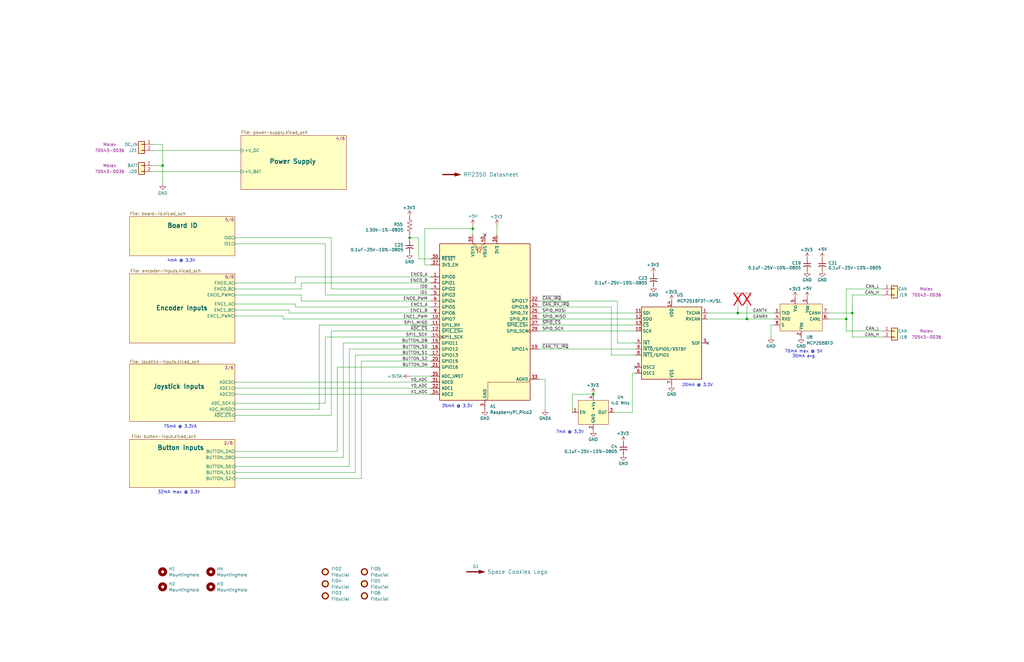
<source format=kicad_sch>
(kicad_sch (version 20250114) (generator "eeschema") (generator_version "9.0")
  (paper "B")
  (title_block (title "Pico Button Board") (date "2025-12-29") (rev "1"))
  (lib_symbols
    (symbol "Connector:TestPoint" (pin_numbers (hide yes)) (pin_names (offset 0.762) (hide yes))
      (property "Reference" "TP" (at 0 6.858 0))
      (property "Value" "TestPoint" (at 0 5.08 0))
      (symbol "TestPoint_0_1"
        (circle (center 0 3.302) (radius 0.762))
      )
      (symbol "TestPoint_1_1"
        (pin passive line (at 0 0 90) (length 2.54) (name "1") (number "1"))
      )
    )
    (symbol "Connector_Generic:Conn_01x02" (pin_names (offset 1.016) (hide yes))
      (property "Reference" "J" (at 0 2.54 0))
      (property "Value" "Conn_01x02" (at 0 -5.08 0))
      (symbol "Conn_01x02_1_1"
        (rectangle (start -1.27 1.27) (end 1.27 -3.81) (stroke (width 0.254)) (fill (type background)))
        (rectangle (start -1.27 0.127) (end 0 -0.127) (stroke (width 0.1524)))
        (rectangle (start -1.27 -2.413) (end 0 -2.667) (stroke (width 0.1524)))
        (pin passive line (at -5.08 0 0) (length 3.81) (name "Pin_1") (number "1"))
        (pin passive line (at -5.08 -2.54 0) (length 3.81) (name "Pin_2") (number "2"))
      )
    )
    (symbol "Device:C_Small_US" (pin_numbers (hide yes)) (pin_names (offset 0.254) (hide yes))
      (property "Reference" "C" (at 0.254 1.778 0))
      (property "Value" "C_Small_US" (at 0.254 -2.032 0))
      (symbol "C_Small_US_0_1"
        (polyline (pts (xy -1.524 0.508) (xy 1.524 0.508)) (stroke (width 0.3048)))
        (arc (start -1.524 -0.762) (mid 0 -0.3734) (end 1.524 -0.762) (stroke (width 0.3048)))
      )
      (symbol "C_Small_US_1_1"
        (pin passive line (at 0 2.54 270) (length 2.032) (name "~") (number "1"))
        (pin passive line (at 0 -2.54 90) (length 2.032) (name "~") (number "2"))
      )
    )
    (symbol "Device:R_US" (pin_numbers (hide yes)) (pin_names (offset 0))
      (property "Reference" "R" (at 2.54 0 90))
      (property "Value" "R_US" (at -2.54 0 90))
      (symbol "R_US_0_1"
        (polyline (pts (xy 0 2.286) (xy 0 2.54)))
        (polyline (pts (xy 0 2.286) (xy 1.016 1.905) (xy 0 1.524) (xy -1.016 1.143) (xy 0 0.762)))
        (polyline (pts (xy 0 0.762) (xy 1.016 0.381) (xy 0 0) (xy -1.016 -0.381) (xy 0 -0.762)))
        (polyline (pts (xy 0 -0.762) (xy 1.016 -1.143) (xy 0 -1.524) (xy -1.016 -1.905) (xy 0 -2.286)))
        (polyline (pts (xy 0 -2.286) (xy 0 -2.54)))
      )
      (symbol "R_US_1_1"
        (pin passive line (at 0 3.81 270) (length 1.27) (name "~") (number "1"))
        (pin passive line (at 0 -3.81 90) (length 1.27) (name "~") (number "2"))
      )
    )
    (symbol "Graphic:SYM_Arrow_Large" (in_bom no) (on_board no)
      (symbol "SYM_Arrow_Large_0_1"
        (polyline (pts (xy 2.54 0) (xy -3.81 0)) (stroke (width 0.508)))
        (polyline (pts (xy 3.81 0) (xy 1.27 -0.762) (xy 1.27 0.762) (xy 3.81 0)) (fill (type outline)))
      )
    )
    (symbol "Mechanical:Fiducial" (in_bom no)
      (property "Reference" "FID" (at 0 5.08 0))
      (property "Value" "Fiducial" (at 0 3.175 0))
      (symbol "Fiducial_0_1"
        (circle (center 0 0) (radius 1.27) (stroke (width 0.508)) (fill (type background)))
      )
    )
    (symbol "Mechanical:MountingHole" (pin_names (offset 1.016)) (in_bom no)
      (property "Reference" "H" (at 0 5.08 0))
      (property "Value" "MountingHole" (at 0 3.175 0))
      (symbol "MountingHole_0_1"
        (circle (center 0 0) (radius 1.27) (stroke (width 1.27)))
      )
    )
    (symbol "Pico-ButtonBoard:MCP2518FDT-H/SL"
      (property "Reference" "U4" (at 1.905 13.97 0))
      (property "Value" "MCP2518FDT-H/SL" (at 1.905 11.43 0))
      (symbol "MCP2518FDT-H/SL_0_1"
        (rectangle (start -12.7 10.16) (end 12.7 -20.32) (stroke (width 0.254)) (fill (type background)))
      )
      (symbol "MCP2518FDT-H/SL_1_1"
        (pin input line (at -15.24 7.62 0) (length 2.54) (name "SDI") (number "11"))
        (pin output line (at -15.24 5.08 0) (length 2.54) (name "SDO") (number "12"))
        (pin input line (at -15.24 2.54 0) (length 2.54) (name "~{CS}") (number "13"))
        (pin input line (at -15.24 0 0) (length 2.54) (name "SCK") (number "10"))
        (pin output line (at -15.24 -5.08 0) (length 2.54) (name "~{INT}") (number "4"))
        (pin bidirectional line (at -15.24 -7.62 0) (length 2.54) (name "~{INT0}/GPIO0/XSTBY") (number "9"))
        (pin bidirectional line (at -15.24 -10.16 0) (length 2.54) (name "~{INT1}/GPIO1") (number "8"))
        (pin output line (at -15.24 -15.24 0) (length 2.54) (name "OSC2") (number "5"))
        (pin input line (at -15.24 -17.78 0) (length 2.54) (name "OSC1") (number "6"))
        (pin power_in line (at 0 12.7 270) (length 2.54) (name "VDD") (number "14"))
        (pin power_in line (at 0 -22.86 90) (length 2.54) (name "VSS") (number "7"))
        (pin output line (at 15.24 7.62 180) (length 2.54) (name "TXCAN") (number "1"))
        (pin input line (at 15.24 5.08 180) (length 2.54) (name "RXCAN") (number "2"))
        (pin output line (at 15.24 -5.08 180) (length 2.54) (name "CLKO/SOF") (number "3") (alternate "SOF" output line))
      )
    )
    (symbol "Pico-ButtonBoard:Microchip-MCP2558FDT-H/MF"
      (property "Reference" "U?" (at 15.24 2.5086 0))
      (property "Value" "MCP2558FD" (at 15.24 -0.0314 0))
      (symbol "Microchip-MCP2558FDT-H/MF_1_1"
        (rectangle (start -8.89 0) (end 8.89 -11.43) (fill (type background)))
        (pin input line (at -11.43 -3.81 0) (length 2.54) (name "TXD") (number "1"))
        (pin output line (at -11.43 -6.35 0) (length 2.54) (name "RXD") (number "4"))
        (pin input line (at -11.43 -8.89 0) (length 2.54) (name "S") (number "8"))
        (pin output line (at -2.54 2.54 270) (length 2.54) (name "V_{IO}") (number "5"))
        (pin passive line (at 0 -13.97 90) (length 2.54) (name "V_{SS}") (number "2"))
        (pin passive line (at 2.54 2.54 270) (length 2.54) (name "V_{DD}") (number "3"))
        (pin open_emitter line (at 11.43 -3.81 180) (length 2.54) (name "CANH") (number "7"))
        (pin open_collector line (at 11.43 -6.35 180) (length 2.54) (name "CANL") (number "6"))
      )
    )
    (symbol "Pico-ButtonBoard:Oscillator-Wurth-831018041"
      (property "Reference" "U" (at 0 0 0))
      (property "Value" "4.0 MHz" (at 0 0 0))
      (symbol "Oscillator-Wurth-831018041_1_1"
        (rectangle (start -6.35 0) (end 6.35 -10.16) (fill (type background)))
        (pin input line (at -8.89 -5.08 0) (length 2.54) (name "EN") (number "1"))
        (pin power_in line (at 0 2.54 270) (length 2.54) (name "+Vs") (number "4"))
        (pin passive line (at 0 -12.7 90) (length 2.54) (name "GND") (number "2"))
        (pin output line (at 8.89 -5.08 180) (length 2.54) (name "OUT") (number "3"))
      )
    )
    (symbol "Pico-ButtonBoard:RaspberryPi_Pico2" (pin_names (offset 0.762))
      (property "Reference" "A1" (at 2.1433 -34.29 0))
      (property "Value" "RaspberryPi_Pico2" (at 2.1433 -36.83 0))
      (symbol "RaspberryPi_Pico2_0_1"
        (rectangle (start -19.05 34.29) (end 19.05 -31.75) (stroke (width 0.254)) (fill (type background)))
        (polyline (pts (xy -5.08 34.29) (xy -3.81 33.655) (xy -3.81 31.75) (xy -3.175 31.75)))
        (polyline (pts (xy -3.429 32.766) (xy -3.429 33.02) (xy -3.175 33.02) (xy -3.175 30.48) (xy -2.921 30.48) (xy -2.921 30.734)))
        (polyline (pts (xy -3.175 31.75) (xy -1.905 33.02) (xy -1.905 30.48) (xy -3.175 31.75)))
        (polyline (pts (xy 0 34.29) (xy -1.27 33.655) (xy -1.27 31.75) (xy -1.905 31.75)))
        (polyline (pts (xy 0 -31.75) (xy 1.27 -31.115) (xy 1.27 -24.13) (xy 18.415 -24.13) (xy 19.05 -22.86)))
      )
      (symbol "RaspberryPi_Pico2_1_1"
        (pin passive line (at -22.86 27.94 0) (length 3.81) (name "RUN") (number "30") (alternate "~{RESET}" passive line))
        (pin passive line (at -22.86 25.4 0) (length 3.81) (name "3V3_EN") (number "37"))
        (pin bidirectional line (at -22.86 20.32 0) (length 3.81) (name "GPIO0") (number "1") (alternate "SPI0_RX" input line))
        (pin bidirectional line (at -22.86 17.78 0) (length 3.81) (name "GPIO1") (number "2") (alternate "~{SPI0_CSn}" bidirectional line))
        (pin bidirectional line (at -22.86 15.24 0) (length 3.81) (name "GPIO2") (number "4") (alternate "SPI0_SCK" bidirectional clock))
        (pin bidirectional line (at -22.86 12.7 0) (length 3.81) (name "GPIO3") (number "5") (alternate "SPI0_TX" output line))
        (pin bidirectional line (at -22.86 10.16 0) (length 3.81) (name "GPIO4") (number "6") (alternate "SPI0_RX" input line))
        (pin bidirectional line (at -22.86 7.62 0) (length 3.81) (name "GPIO5") (number "7") (alternate "~{SPI0_CSn}" bidirectional line))
        (pin bidirectional line (at -22.86 5.08 0) (length 3.81) (name "GPIO6") (number "9") (alternate "SPI0_SCK" bidirectional clock))
        (pin bidirectional line (at -22.86 2.54 0) (length 3.81) (name "GPIO7") (number "10") (alternate "SPI0_TX" output line))
        (pin bidirectional line (at -22.86 0 0) (length 3.81) (name "GPIO8") (number "11") (alternate "SPI1_RX" input line))
        (pin bidirectional line (at -22.86 -2.54 0) (length 3.81) (name "GPIO9") (number "12") (alternate "~{SPI1_CSn}" bidirectional line))
        (pin bidirectional line (at -22.86 -5.08 0) (length 3.81) (name "GPIO10") (number "14") (alternate "SPI1_SCK" bidirectional clock))
        (pin bidirectional line (at -22.86 -7.62 0) (length 3.81) (name "GPIO11") (number "15"))
        (pin bidirectional line (at -22.86 -10.16 0) (length 3.81) (name "GPIO12") (number "16") (alternate "SPI1_RX" input line))
        (pin bidirectional line (at -22.86 -12.7 0) (length 3.81) (name "GPIO13") (number "17") (alternate "~{SPI1_CSn}" bidirectional line))
        (pin bidirectional line (at -22.86 -15.24 0) (length 3.81) (name "GPIO15") (number "20"))
        (pin bidirectional line (at -22.86 -17.78 0) (length 3.81) (name "GPIO16") (number "21") (alternate "SPI0_RX" input line))
        (pin power_in line (at -22.86 -21.59 0) (length 3.81) (name "ADC_VREF") (number "35"))
        (pin bidirectional line (at -22.86 -24.13 0) (length 3.81) (name "GPIO26_ADC0") (number "31") (alternate "ADC0" input line) (alternate "SPI1_SCK" bidirectional clock))
        (pin bidirectional line (at -22.86 -26.67 0) (length 3.81) (name "GPIO27_ADC1") (number "32") (alternate "ADC1" input line))
        (pin bidirectional line (at -22.86 -29.21 0) (length 3.81) (name "GPIO28_ADC2") (number "34") (alternate "ADC2" input line) (alternate "SPI1_RX" input line))
        (pin power_in line (at -5.08 38.1 270) (length 3.81) (name "VSYS") (number "39"))
        (pin power_out line (at 0 38.1 270) (length 3.81) (name "VBUS") (number "40"))
        (pin passive line (at 0 -35.56 90) (length 3.81) (hide yes) (name "GND") (number "13"))
        (pin passive line (at 0 -35.56 90) (length 3.81) (hide yes) (name "GND") (number "18"))
        (pin passive line (at 0 -35.56 90) (length 3.81) (hide yes) (name "GND") (number "23"))
        (pin passive line (at 0 -35.56 90) (length 3.81) (hide yes) (name "GND") (number "28"))
        (pin power_out line (at 0 -35.56 90) (length 3.81) (name "GND") (number "3"))
        (pin passive line (at 0 -35.56 90) (length 3.81) (hide yes) (name "GND") (number "38"))
        (pin passive line (at 0 -35.56 90) (length 3.81) (hide yes) (name "GND") (number "8"))
        (pin power_out line (at 5.08 38.1 270) (length 3.81) (name "3V3") (number "36"))
        (pin bidirectional line (at 22.86 10.16 180) (length 3.81) (name "GPIO17") (number "22") (alternate "~{SPI0_CSn}" bidirectional line))
        (pin bidirectional line (at 22.86 7.62 180) (length 3.81) (name "GPIO18") (number "24") (alternate "SPI0_SCK" bidirectional clock))
        (pin bidirectional line (at 22.86 5.08 180) (length 3.81) (name "GPIO19") (number "25") (alternate "SPI0_TX" output line))
        (pin bidirectional line (at 22.86 2.54 180) (length 3.81) (name "GPIO20") (number "26") (alternate "SPI0_RX" input line))
        (pin bidirectional line (at 22.86 0 180) (length 3.81) (name "GPIO21") (number "27") (alternate "~{SPI0_CSn}" bidirectional line))
        (pin bidirectional line (at 22.86 -2.54 180) (length 3.81) (name "GPIO22") (number "29") (alternate "SPI0_SCK" bidirectional clock))
        (pin bidirectional line (at 22.86 -10.16 180) (length 3.81) (name "GPIO14") (number "19") (alternate "SPI1_SCK" bidirectional clock))
        (pin power_out line (at 22.86 -22.86 180) (length 3.81) (name "AGND") (number "33"))
      )
    )
    (symbol "power:+3V3" (power) (pin_numbers (hide yes)) (pin_names (offset 0) (hide yes))
      (property "Value" "+3V3" (at 0 3.556 0))
      (symbol "+3V3_0_1"
        (polyline (pts (xy -0.762 1.27) (xy 0 2.54)))
        (polyline (pts (xy 0 2.54) (xy 0.762 1.27)))
        (polyline (pts (xy 0 0) (xy 0 2.54)))
      )
      (symbol "+3V3_1_1"
        (pin power_in line (at 0 0 90) (length 0) (name "~") (number "1"))
      )
    )
    (symbol "power:+5V" (power) (pin_numbers (hide yes)) (pin_names (offset 0) (hide yes))
      (property "Value" "+5V" (at 0 3.556 0))
      (symbol "+5V_0_1"
        (polyline (pts (xy -0.762 1.27) (xy 0 2.54)))
        (polyline (pts (xy 0 2.54) (xy 0.762 1.27)))
        (polyline (pts (xy 0 0) (xy 0 2.54)))
      )
      (symbol "+5V_1_1"
        (pin power_in line (at 0 0 90) (length 0) (name "~") (number "1"))
      )
    )
    (symbol "power:GND" (power) (pin_numbers (hide yes)) (pin_names (offset 0) (hide yes))
      (property "Value" "GND" (at 0 -3.81 0))
      (symbol "GND_0_1"
        (polyline (pts (xy 0 0) (xy 0 -1.27) (xy 1.27 -1.27) (xy 0 -2.54) (xy -1.27 -1.27) (xy 0 -1.27)))
      )
      (symbol "GND_1_1"
        (pin power_in line (at 0 0 270) (length 0) (name "~") (number "1"))
      )
    )
  )
  (text "32mA max @ 3.3V" (at 75.438 207.772 0) (effects (font (size 1.27 1.27))))
  (text "20mA @ 3.3V" (at 294.132 162.56 0) (effects (font (size 1.27 1.27))))
  (text "35mA @ 3.3V" (at 192.786 171.45 0) (effects (font (size 1.27 1.27))))
  (text "75mA @ 3.3VA" (at 75.946 180.086 0) (effects (font (size 1.27 1.27))))
  (text "4mA @ 3.3V" (at 76.454 109.982 0) (effects (font (size 1.27 1.27))))
  (text "7mA @ 3.3V" (at 240.284 182.372 0) (effects (font (size 1.27 1.27))))
  (text "70mA max @ 5V\n30mA avg" (at 338.836 149.352 0) (effects (font (size 1.27 1.27))))
  (junction (at 250.19 166.37))
  (junction (at 314.96 134.62))
  (junction (at 356.87 134.62))
  (junction (at 172.72 100.33))
  (junction (at 359.41 132.08))
  (junction (at 68.58 69.85))
  (junction (at 311.15 132.08))
  (junction (at 199.39 96.52))
  (no_connect (at 267.97 154.94))
  (no_connect (at 204.47 99.06))
  (no_connect (at 298.45 144.78))
  (wire (pts (xy 356.87 134.62) (xy 356.87 139.7)))
  (wire (pts (xy 99.06 128.27) (xy 124.46 128.27)))
  (wire (pts (xy 137.16 102.87) (xy 137.16 124.46)))
  (wire (pts (xy 64.77 69.85) (xy 68.58 69.85)))
  (wire (pts (xy 99.06 196.85) (xy 147.32 196.85)))
  (wire (pts (xy 127 124.46) (xy 127 127)))
  (wire (pts (xy 199.39 96.52) (xy 199.39 99.06)))
  (wire (pts (xy 267.97 149.86) (xy 257.81 149.86)))
  (wire (pts (xy 227.33 147.32) (xy 267.97 147.32)))
  (wire (pts (xy 139.7 139.7) (xy 181.61 139.7)))
  (wire (pts (xy 142.24 154.94) (xy 181.61 154.94)))
  (wire (pts (xy 99.06 163.83) (xy 181.61 163.83)))
  (wire (pts (xy 152.4 201.93) (xy 152.4 152.4)))
  (wire (pts (xy 119.38 133.35) (xy 119.38 134.62)))
  (wire (pts (xy 99.06 102.87) (xy 137.16 102.87)))
  (wire (pts (xy 152.4 152.4) (xy 181.61 152.4)))
  (wire (pts (xy 325.12 137.16) (xy 325.12 142.24)))
  (wire (pts (xy 227.33 129.54) (xy 257.81 129.54)))
  (wire (pts (xy 134.62 137.16) (xy 181.61 137.16)))
  (wire (pts (xy 260.35 144.78) (xy 260.35 127)))
  (wire (pts (xy 99.06 201.93) (xy 152.4 201.93)))
  (wire (pts (xy 176.53 109.22) (xy 176.53 100.33)))
  (wire (pts (xy 68.58 69.85) (xy 68.58 77.47)))
  (wire (pts (xy 359.41 132.08) (xy 359.41 142.24)))
  (wire (pts (xy 181.61 109.22) (xy 176.53 109.22)))
  (wire (pts (xy 124.46 128.27) (xy 124.46 129.54)))
  (wire (pts (xy 99.06 190.5) (xy 142.24 190.5)))
  (wire (pts (xy 227.33 127) (xy 260.35 127)))
  (wire (pts (xy 64.77 63.5) (xy 101.6 63.5)))
  (wire (pts (xy 68.58 60.96) (xy 68.58 69.85)))
  (wire (pts (xy 199.39 95.25) (xy 199.39 96.52)))
  (wire (pts (xy 99.06 121.92) (xy 127 121.92)))
  (wire (pts (xy 356.87 139.7) (xy 372.11 139.7)))
  (wire (pts (xy 99.06 133.35) (xy 119.38 133.35)))
  (wire (pts (xy 359.41 142.24) (xy 372.11 142.24)))
  (wire (pts (xy 137.16 142.24) (xy 137.16 170.18)))
  (wire (pts (xy 147.32 147.32) (xy 181.61 147.32)))
  (wire (pts (xy 266.7 157.48) (xy 266.7 173.99)))
  (wire (pts (xy 227.33 132.08) (xy 267.97 132.08)))
  (wire (pts (xy 144.78 193.04) (xy 144.78 144.78)))
  (wire (pts (xy 144.78 144.78) (xy 181.61 144.78)))
  (wire (pts (xy 172.72 158.75) (xy 181.61 158.75)))
  (wire (pts (xy 124.46 116.84) (xy 124.46 119.38)))
  (wire (pts (xy 229.87 160.02) (xy 229.87 172.72)))
  (wire (pts (xy 99.06 175.26) (xy 139.7 175.26)))
  (wire (pts (xy 99.06 130.81) (xy 121.92 130.81)))
  (wire (pts (xy 176.53 100.33) (xy 172.72 100.33)))
  (wire (pts (xy 99.06 193.04) (xy 144.78 193.04)))
  (wire (pts (xy 181.61 111.76) (xy 179.07 111.76)))
  (wire (pts (xy 99.06 199.39) (xy 149.86 199.39)))
  (wire (pts (xy 99.06 166.37) (xy 181.61 166.37)))
  (wire (pts (xy 127 121.92) (xy 127 119.38)))
  (wire (pts (xy 326.39 137.16) (xy 325.12 137.16)))
  (wire (pts (xy 64.77 60.96) (xy 68.58 60.96)))
  (wire (pts (xy 99.06 170.18) (xy 137.16 170.18)))
  (wire (pts (xy 99.06 161.29) (xy 181.61 161.29)))
  (wire (pts (xy 314.96 134.62) (xy 326.39 134.62)))
  (wire (pts (xy 137.16 142.24) (xy 181.61 142.24)))
  (wire (pts (xy 227.33 139.7) (xy 267.97 139.7)))
  (wire (pts (xy 99.06 172.72) (xy 134.62 172.72)))
  (wire (pts (xy 124.46 119.38) (xy 99.06 119.38)))
  (wire (pts (xy 179.07 111.76) (xy 179.07 96.52)))
  (wire (pts (xy 149.86 149.86) (xy 181.61 149.86)))
  (wire (pts (xy 119.38 134.62) (xy 181.61 134.62)))
  (wire (pts (xy 139.7 100.33) (xy 139.7 121.92)))
  (wire (pts (xy 99.06 124.46) (xy 127 124.46)))
  (wire (pts (xy 311.15 129.54) (xy 311.15 132.08)))
  (wire (pts (xy 149.86 199.39) (xy 149.86 149.86)))
  (wire (pts (xy 209.55 95.25) (xy 209.55 99.06)))
  (wire (pts (xy 227.33 137.16) (xy 267.97 137.16)))
  (wire (pts (xy 241.3 166.37) (xy 241.3 173.99)))
  (wire (pts (xy 257.81 149.86) (xy 257.81 129.54)))
  (wire (pts (xy 124.46 129.54) (xy 181.61 129.54)))
  (wire (pts (xy 298.45 132.08) (xy 311.15 132.08)))
  (wire (pts (xy 124.46 116.84) (xy 181.61 116.84)))
  (wire (pts (xy 250.19 166.37) (xy 241.3 166.37)))
  (wire (pts (xy 127 127) (xy 181.61 127)))
  (wire (pts (xy 142.24 154.94) (xy 142.24 190.5)))
  (wire (pts (xy 147.32 196.85) (xy 147.32 147.32)))
  (wire (pts (xy 172.72 100.33) (xy 172.72 101.6)))
  (wire (pts (xy 349.25 132.08) (xy 359.41 132.08)))
  (wire (pts (xy 127 119.38) (xy 181.61 119.38)))
  (wire (pts (xy 267.97 144.78) (xy 260.35 144.78)))
  (wire (pts (xy 359.41 124.46) (xy 372.11 124.46)))
  (wire (pts (xy 179.07 96.52) (xy 199.39 96.52)))
  (wire (pts (xy 137.16 124.46) (xy 181.61 124.46)))
  (wire (pts (xy 314.96 129.54) (xy 314.96 134.62)))
  (wire (pts (xy 121.92 132.08) (xy 181.61 132.08)))
  (wire (pts (xy 349.25 134.62) (xy 356.87 134.62)))
  (wire (pts (xy 134.62 172.72) (xy 134.62 137.16)))
  (wire (pts (xy 227.33 134.62) (xy 267.97 134.62)))
  (wire (pts (xy 356.87 121.92) (xy 372.11 121.92)))
  (wire (pts (xy 267.97 157.48) (xy 266.7 157.48)))
  (wire (pts (xy 311.15 132.08) (xy 326.39 132.08)))
  (wire (pts (xy 172.72 100.33) (xy 172.72 99.06)))
  (wire (pts (xy 266.7 173.99) (xy 259.08 173.99)))
  (wire (pts (xy 121.92 130.81) (xy 121.92 132.08)))
  (wire (pts (xy 227.33 160.02) (xy 229.87 160.02)))
  (wire (pts (xy 359.41 124.46) (xy 359.41 132.08)))
  (wire (pts (xy 139.7 139.7) (xy 139.7 175.26)))
  (wire (pts (xy 298.45 134.62) (xy 314.96 134.62)))
  (wire (pts (xy 64.77 72.39) (xy 101.6 72.39)))
  (wire (pts (xy 356.87 121.92) (xy 356.87 134.62)))
  (wire (pts (xy 139.7 121.92) (xy 181.61 121.92)))
  (wire (pts (xy 99.06 100.33) (xy 139.7 100.33)))
  (label "CAN_H" (at 370.84 124.46 180))
  (label "ENC1_PWM" (at 180.34 134.62 180))
  (label "SPI1_MISO" (at 180.34 137.16 180))
  (label "CAN_L" (at 370.84 121.92 180))
  (label "~{CAN_TX_IRQ}" (at 228.6 147.32 0))
  (label "ENC0_A" (at 180.34 116.84 180))
  (label "SPI1_SCK" (at 180.34 142.24 180))
  (label "~{CAN_IRQ}" (at 228.6 127 0))
  (label "ENC1_A" (at 180.34 129.54 180))
  (label "BUTTON_S0" (at 180.34 147.32 180))
  (label "ENC0_B" (at 180.34 119.38 180))
  (label "X0_ADC" (at 180.34 161.29 180))
  (label "X1_ADC" (at 180.34 166.37 180))
  (label "CANRX" (at 317.5 134.62 0))
  (label "SPI0_MOSI" (at 228.6 132.08 0))
  (label "SPI0_SCK" (at 228.6 139.7 0))
  (label "BUTTON_S1" (at 180.34 149.86 180))
  (label "ID1" (at 180.34 124.46 180))
  (label "ENC1_B" (at 180.34 132.08 180))
  (label "~{ADC_CS}" (at 180.34 139.7 180))
  (label "Y0_ADC" (at 180.34 163.83 180))
  (label "ENC0_PWM" (at 180.34 127 180))
  (label "BUTTON_DA" (at 180.34 154.94 180))
  (label "BUTTON_S2" (at 180.34 152.4 180))
  (label "~{CAN_RX_IRQ}" (at 228.6 129.54 0))
  (label "CAN_H" (at 370.84 142.24 180))
  (label "CAN_L" (at 370.84 139.7 180))
  (label "~{SPI0_CS}" (at 228.6 137.16 0))
  (label "SPI0_MISO" (at 228.6 134.62 0))
  (label "CANTX" (at 317.5 132.08 0))
  (label "BUTTON_DB" (at 180.34 144.78 180))
  (label "ID0" (at 180.34 121.92 180))
  (symbol (lib_id "Mechanical:MountingHole") (at 88.9 241.3 0) (unit 1) (in_bom no)
    (property "Reference" "H4" (at 91.44 240.0299 0) (effects (justify left)))
    (property "Value" "MountingHole" (at 91.44 242.5699 0) (effects (justify left)))
    (property "Footprint" "MountingHole:MountingHole_3.2mm_M3" (effects (hide yes)))
    (property "Description" "Mounting Hole without connection" (effects (hide yes)))
  )
  (symbol (lib_id "Mechanical:Fiducial") (at 137.16 251.46 0) (unit 1) (in_bom no)
    (property "Reference" "FID3" (at 139.7 250.1899 0) (effects (justify left)))
    (property "Value" "Fiducial" (at 139.7 252.7299 0) (effects (justify left)))
    (property "Footprint" "Pico-ButtonBoard:Fiducial_1.6mm_Mask3mm" (effects (hide yes)))
    (property "Description" "Fiducial Marker" (effects (hide yes)))
  )
  (symbol (lib_id "power:+3V3") (at 262.89 186.69 0) (unit 1)
    (property "Reference" "#PWR0111" (effects (hide yes)))
    (property "Value" "+3V3" (at 262.636 182.88 0))
    (property "Description" "Power symbol creates a global label with name \"+3V3\"" (effects (hide yes)))
  )
  (symbol (lib_id "Mechanical:Fiducial") (at 153.67 241.3 0) (unit 1) (in_bom no)
    (property "Reference" "FID5" (at 156.21 240.0299 0) (effects (justify left)))
    (property "Value" "Fiducial" (at 156.21 242.5699 0) (effects (justify left)))
    (property "Footprint" "Pico-ButtonBoard:Fiducial_1.6mm_Mask3mm" (effects (hide yes)))
    (property "Description" "Fiducial Marker" (effects (hide yes)))
  )
  (symbol (lib_id "power:+5V") (at 340.36 125.73 0) (unit 1)
    (property "Reference" "#PWR0121" (effects (hide yes)))
    (property "Value" "+5V" (at 340.36 121.666 0))
    (property "Description" "Power symbol creates a global label with name \"+5V\"" (effects (hide yes)))
  )
  (symbol (lib_id "power:+3V3") (at 172.72 158.75 90) (mirror x) (unit 1)
    (property "Reference" "#PWR0104" (effects (hide yes)))
    (property "Value" "+3V3A" (at 169.672 158.75 90) (effects (justify left)))
    (property "Description" "Power symbol creates a global label with name \"+3V3\"" (effects (hide yes)))
  )
  (symbol (lib_id "Graphic:SYM_Arrow_Large") (at 190.5 73.66 0) (unit 1) (in_bom no) (on_board no)
    (property "Reference" "#SYM101" (effects (hide yes)))
    (property "Value" "RP2350 Datasheet" (at 195.326 73.66 0) (effects (font (size 1.651 1.651)) (justify left)))
    (property "Datasheet" "Components/rp2350-datasheet.pdf" (effects (hide yes)))
    (property "Description" "Filled arrow, 300mil" (effects (hide yes)))
  )
  (symbol (lib_id "power:+5V") (at 346.71 109.22 0) (unit 1)
    (property "Reference" "#PWR0122" (effects (hide yes)))
    (property "Value" "+5V" (at 346.71 105.156 0))
    (property "Description" "Power symbol creates a global label with name \"+5V\"" (effects (hide yes)))
  )
  (symbol (lib_id "Device:C_Small_US") (at 340.36 111.76 0) (unit 1)
    (property "Reference" "C19" (at 337.82 110.998 0) (effects (justify right)))
    (property "Value" "0.1uF-25V-10%-0805" (at 337.82 113.03 0) (effects (justify right)))
    (property "Footprint" "Capacitor_SMD:C_0805_2012Metric_Pad1.18x1.45mm_HandSolder" (effects (hide yes)))
    (property "Description" "capacitor, small US symbol" (effects (hide yes)))
    (property "DIST" "Digikey" (effects (hide yes)))
    (property "DIST P/N" "CC0805KRX7R8BB104" (effects (hide yes)))
    (property "MFG" "YAGEO" (effects (hide yes)))
    (property "MFG P/N" "311-1141-1-ND" (effects (hide yes)))
  )
  (symbol (lib_id "Mechanical:Fiducial") (at 137.16 246.38 0) (unit 1) (in_bom no)
    (property "Reference" "FID4" (at 139.7 245.1099 0) (effects (justify left)))
    (property "Value" "Fiducial" (at 139.7 247.6499 0) (effects (justify left)))
    (property "Footprint" "Pico-ButtonBoard:Fiducial_1.6mm_Mask3mm" (effects (hide yes)))
    (property "Description" "Fiducial Marker" (effects (hide yes)))
  )
  (symbol (lib_id "Connector_Generic:Conn_01x02") (at 59.69 60.96 0) (mirror y) (unit 1)
    (property "Reference" "J21" (at 57.912 63.5 0) (effects (justify left)))
    (property "Value" "DC_IN" (at 58.166 60.96 0) (effects (justify left)))
    (property "Footprint" "Pico-ButtonBoard:Molex-70543-0001" (effects (hide yes)))
    (property "Datasheet" "Components/Molex-705430001_sd.pdf" (effects (hide yes)))
    (property "MFG" "Molex" (at 46.228 60.96 0))
    (property "MFG P/N" "70543-0036" (at 46.228 63.5 0))
    (property "DIST" "Digikey" (effects (hide yes)))
    (property "DIST P/N" "WM4824-ND" (effects (hide yes)))
  )
  (symbol (lib_id "power:GND") (at 229.87 172.72 0) (unit 1)
    (property "Reference" "#PWR0108" (effects (hide yes)))
    (property "Value" "GNDA" (at 229.87 176.53 0))
  )
  (symbol (lib_id "Mechanical:Fiducial") (at 153.67 246.38 0) (unit 1) (in_bom no)
    (property "Reference" "FID1" (at 156.21 245.1099 0) (effects (justify left)))
    (property "Value" "Fiducial" (at 156.21 247.6499 0) (effects (justify left)))
    (property "Footprint" "Pico-ButtonBoard:Fiducial_1.6mm_Mask3mm" (effects (hide yes)))
    (property "Description" "Fiducial Marker" (effects (hide yes)))
  )
  (symbol (lib_id "Mechanical:MountingHole") (at 88.9 247.65 0) (unit 1) (in_bom no)
    (property "Reference" "H3" (at 91.44 246.3799 0) (effects (justify left)))
    (property "Value" "MountingHole" (at 91.44 248.9199 0) (effects (justify left)))
    (property "Footprint" "MountingHole:MountingHole_3.2mm_M3" (effects (hide yes)))
    (property "Description" "Mounting Hole without connection" (effects (hide yes)))
  )
  (symbol (lib_id "power:GND") (at 337.82 142.24 0) (mirror y) (unit 1)
    (property "Reference" "#PWR0118" (effects (hide yes)))
    (property "Value" "GND" (at 337.82 146.05 0))
  )
  (symbol (lib_id "Pico-ButtonBoard:RaspberryPi_Pico2") (at 204.47 137.16 0) (unit 1)
    (property "Reference" "A1" (at 206.6133 171.45 0) (effects (justify left)))
    (property "Value" "RaspberryPi_Pico2" (at 206.6133 173.99 0) (effects (justify left)))
    (property "Footprint" "Pico-ButtonBoard:RaspberryPi_Pico_Common_Unspecified" (effects (hide yes)))
    (property "Datasheet" "Components/pico-2-datasheet.pdf" (effects (hide yes)))
    (property "Description" "Versatile and inexpensive microcontroller module powered by RP2040 dual-core Arm Cortex-M0+ processor up to 133 MHz, 264kB SRAM, 2MB QSPI flash; also supports Raspberry Pi Pico 2" (effects (hide yes)))
    (property "MFG" "Raspberry PI" (effects (hide yes)))
    (property "MFG P/N" "SC1632" (effects (hide yes)))
    (property "DIST" "Digikey" (effects (hide yes)))
    (property "DIST P/N" "2648-SC1632-ND" (effects (hide yes)))
    (pin "11" (alternate "SPI1_RX"))
    (pin "31" (alternate "ADC0"))
    (pin "29" (alternate "SPI0_SCK"))
    (pin "14" (alternate "SPI1_SCK"))
    (pin "12" (alternate "~{SPI1_CSn}"))
    (pin "32" (alternate "ADC1"))
    (pin "34" (alternate "ADC2"))
    (pin "26" (alternate "SPI0_RX"))
    (pin "27" (alternate "~{SPI0_CSn}"))
    (pin "30" (alternate "~{RESET}"))
    (pin "25" (alternate "SPI0_TX"))
  )
  (symbol (lib_id "Connector_Generic:Conn_01x02") (at 377.19 121.92 0) (unit 1)
    (property "Reference" "J19" (at 378.968 124.46 0) (effects (justify left)))
    (property "Value" "CAN" (at 378.714 121.92 0) (effects (justify left)))
    (property "Footprint" "Pico-ButtonBoard:Molex-70543-0001" (effects (hide yes)))
    (property "Datasheet" "Components/Molex-705430001_sd.pdf" (effects (hide yes)))
    (property "MFG" "Molex" (at 390.652 121.92 0))
    (property "MFG P/N" "70543-0036" (at 390.652 124.46 0))
    (property "DIST" "Digikey" (effects (hide yes)))
    (property "DIST P/N" "WM4824-ND" (effects (hide yes)))
  )
  (symbol (lib_id "Device:C_Small_US") (at 346.71 111.76 0) (mirror y) (unit 1)
    (property "Reference" "C21" (at 349.25 110.998 0) (effects (justify right)))
    (property "Value" "0.1uF-25V-10%-0805" (at 349.25 113.03 0) (effects (justify right)))
    (property "Footprint" "Capacitor_SMD:C_0805_2012Metric_Pad1.18x1.45mm_HandSolder" (effects (hide yes)))
    (property "Description" "capacitor, small US symbol" (effects (hide yes)))
    (property "DIST" "Digikey" (effects (hide yes)))
    (property "DIST P/N" "CC0805KRX7R8BB104" (effects (hide yes)))
    (property "MFG" "YAGEO" (effects (hide yes)))
    (property "MFG P/N" "311-1141-1-ND" (effects (hide yes)))
  )
  (symbol (lib_id "Device:R_US") (at 172.72 95.25 0) (unit 1)
    (property "Reference" "R55" (at 169.926 94.742 0) (effects (justify right)))
    (property "Value" "1.50k-1%-0805" (at 170.18 97.028 0) (effects (justify right)))
    (property "Footprint" "Resistor_SMD:R_0805_2012Metric_Pad1.20x1.40mm_HandSolder" (effects (hide yes)))
    (property "Description" "Resistor, US symbol" (effects (hide yes)))
    (property "MFG" "YAGEO" (effects (hide yes)))
    (property "MFG P/N" "RC0805FR-071K5L" (effects (hide yes)))
    (property "DIST" "Digikey" (effects (hide yes)))
    (property "DIST P/N" "311-1.50KCRCT-ND" (effects (hide yes)))
  )
  (symbol (lib_id "Device:C_Small_US") (at 172.72 104.14 0) (unit 1)
    (property "Reference" "C25" (at 170.18 103.378 0) (effects (justify right)))
    (property "Value" "0.1uF-25V-10%-0805" (at 170.18 105.41 0) (effects (justify right)))
    (property "Footprint" "Capacitor_SMD:C_0805_2012Metric_Pad1.18x1.45mm_HandSolder" (effects (hide yes)))
    (property "Description" "capacitor, small US symbol" (effects (hide yes)))
    (property "DIST" "Digikey" (effects (hide yes)))
    (property "DIST P/N" "CC0805KRX7R8BB104" (effects (hide yes)))
    (property "MFG" "YAGEO" (effects (hide yes)))
    (property "MFG P/N" "311-1141-1-ND" (effects (hide yes)))
  )
  (symbol (lib_id "Pico-ButtonBoard:Oscillator-Wurth-831018041") (at 250.19 168.91 0) (unit 1)
    (property "Reference" "U4" (at 261.62 167.5698 0))
    (property "Value" "4.0 MHz" (at 261.62 170.1098 0))
    (property "Footprint" "Pico-ButtonBoard:Wurth-CFPS-73" (effects (hide yes)))
    (property "Datasheet" "Components/Wurth-Oscillator-831018041.pdf" (effects (hide yes)))
    (property "Description" "XTAL OSC XO  4.0000MHZ HCMOS" (effects (hide yes)))
    (property "MFG" "Würth Elektronik" (effects (hide yes)))
    (property "MFG P/N" "831018041" (effects (hide yes)))
    (property "DIST" "Digikey" (effects (hide yes)))
    (property "DIST P/N" "1923-831018041CT-ND" (effects (hide yes)))
  )
  (symbol (lib_id "power:+3V3") (at 340.36 109.22 0) (unit 1)
    (property "Reference" "#PWR0119" (effects (hide yes)))
    (property "Value" "+3V3" (at 340.106 105.41 0))
    (property "Description" "Power symbol creates a global label with name \"+3V3\"" (effects (hide yes)))
  )
  (symbol (lib_id "power:GND") (at 262.89 191.77 0) (unit 1)
    (property "Reference" "#PWR0112" (effects (hide yes)))
    (property "Value" "GND" (at 262.89 195.58 0))
  )
  (symbol (lib_id "Mechanical:Fiducial") (at 137.16 241.3 0) (unit 1) (in_bom no)
    (property "Reference" "FID2" (at 139.7 240.0299 0) (effects (justify left)))
    (property "Value" "Fiducial" (at 139.7 242.5699 0) (effects (justify left)))
    (property "Footprint" "Pico-ButtonBoard:Fiducial_1.6mm_Mask3mm" (effects (hide yes)))
    (property "Description" "Fiducial Marker" (effects (hide yes)))
  )
  (symbol (lib_id "Connector_Generic:Conn_01x02") (at 377.19 139.7 0) (unit 1)
    (property "Reference" "J18" (at 378.968 142.24 0) (effects (justify left)))
    (property "Value" "CAN" (at 378.714 139.7 0) (effects (justify left)))
    (property "Footprint" "Pico-ButtonBoard:Molex-70543-0001" (effects (hide yes)))
    (property "Datasheet" "Components/Molex-705430001_sd.pdf" (effects (hide yes)))
    (property "MFG" "Molex" (at 390.652 139.7 0))
    (property "MFG P/N" "70543-0036" (at 390.652 142.24 0))
    (property "DIST" "Digikey" (effects (hide yes)))
    (property "DIST P/N" "WM4824-ND" (effects (hide yes)))
  )
  (symbol (lib_id "power:+3V3") (at 250.19 166.37 0) (unit 1)
    (property "Reference" "#PWR0109" (effects (hide yes)))
    (property "Value" "+3V3" (at 249.936 162.56 0))
    (property "Description" "Power symbol creates a global label with name \"+3V3\"" (effects (hide yes)))
  )
  (symbol (lib_id "power:GND") (at 275.59 120.65 0) (unit 1)
    (property "Reference" "#PWR0114" (effects (hide yes)))
    (property "Value" "GND" (at 275.59 124.46 0))
  )
  (symbol (lib_id "power:+3V3") (at 283.21 127 0) (unit 1)
    (property "Reference" "#PWR0115" (effects (hide yes)))
    (property "Value" "+3V3" (at 282.956 123.19 0))
    (property "Description" "Power symbol creates a global label with name \"+3V3\"" (effects (hide yes)))
  )
  (symbol (lib_id "Graphic:SYM_Arrow_Large") (at 200.66 241.3 0) (unit 1) (in_bom no)
    (property "Reference" "G1" (at 200.66 239.014 0))
    (property "Value" "Space Cookies Logo" (at 205.486 241.3 0) (effects (font (size 1.651 1.651)) (justify left)))
    (property "Footprint" "Pico-ButtonBoard:SPACE_COOKIES_LOGO_7mm" (effects (hide yes)))
    (property "Description" "Filled arrow, 300mil" (effects (hide yes)))
  )
  (symbol (lib_id "Mechanical:MountingHole") (at 68.58 241.3 0) (unit 1) (in_bom no)
    (property "Reference" "H1" (at 71.12 240.0299 0) (effects (justify left)))
    (property "Value" "MountingHole" (at 71.12 242.5699 0) (effects (justify left)))
    (property "Footprint" "MountingHole:MountingHole_3.2mm_M3" (effects (hide yes)))
    (property "Description" "Mounting Hole without connection" (effects (hide yes)))
  )
  (symbol (lib_id "power:+3V3") (at 335.28 125.73 0) (unit 1)
    (property "Reference" "#PWR0117" (effects (hide yes)))
    (property "Value" "+3V3" (at 335.026 121.92 0))
    (property "Description" "Power symbol creates a global label with name \"+3V3\"" (effects (hide yes)))
  )
  (symbol (lib_id "Device:C_Small_US") (at 275.59 118.11 0) (unit 1)
    (property "Reference" "C23" (at 273.05 117.348 0) (effects (justify right)))
    (property "Value" "0.1uF-25V-10%-0805" (at 273.05 119.38 0) (effects (justify right)))
    (property "Footprint" "Capacitor_SMD:C_0805_2012Metric_Pad1.18x1.45mm_HandSolder" (effects (hide yes)))
    (property "Description" "capacitor, small US symbol" (effects (hide yes)))
    (property "DIST" "Digikey" (effects (hide yes)))
    (property "DIST P/N" "CC0805KRX7R8BB104" (effects (hide yes)))
    (property "MFG" "YAGEO" (effects (hide yes)))
    (property "MFG P/N" "311-1141-1-ND" (effects (hide yes)))
  )
  (symbol (lib_id "Connector_Generic:Conn_01x02") (at 59.69 69.85 0) (mirror y) (unit 1)
    (property "Reference" "J20" (at 57.912 72.39 0) (effects (justify left)))
    (property "Value" "BATT" (at 58.166 69.85 0) (effects (justify left)))
    (property "Footprint" "Pico-ButtonBoard:Molex-70543-0001" (effects (hide yes)))
    (property "Datasheet" "Components/Molex-705430001_sd.pdf" (effects (hide yes)))
    (property "MFG" "Molex" (at 46.228 69.85 0))
    (property "MFG P/N" "70543-0036" (at 46.228 72.39 0))
    (property "DIST" "Digikey" (effects (hide yes)))
    (property "DIST P/N" "WM4824-ND" (effects (hide yes)))
  )
  (symbol (lib_id "Device:C_Small_US") (at 262.89 189.23 0) (unit 1)
    (property "Reference" "C4" (at 260.35 188.468 0) (effects (justify right)))
    (property "Value" "0.1uF-25V-10%-0805" (at 260.35 190.5 0) (effects (justify right)))
    (property "Footprint" "Capacitor_SMD:C_0805_2012Metric_Pad1.18x1.45mm_HandSolder" (effects (hide yes)))
    (property "Description" "capacitor, small US symbol" (effects (hide yes)))
    (property "DIST" "Digikey" (effects (hide yes)))
    (property "DIST P/N" "CC0805KRX7R8BB104" (effects (hide yes)))
    (property "MFG" "YAGEO" (effects (hide yes)))
    (property "MFG P/N" "311-1141-1-ND" (effects (hide yes)))
  )
  (symbol (lib_id "power:GND") (at 325.12 142.24 0) (mirror y) (unit 1)
    (property "Reference" "#PWR0124" (effects (hide yes)))
    (property "Value" "GND" (at 325.12 146.05 0))
  )
  (symbol (lib_id "Pico-ButtonBoard:MCP2518FDT-H/SL") (at 283.21 139.7 0) (unit 1)
    (property "Reference" "U5" (at 285.3533 124.46 0) (effects (justify left)))
    (property "Value" "MCP2518FDT-H/SL" (at 285.3533 127 0) (effects (justify left)))
    (property "Footprint" "Package_SO:SO-14_3.9x8.65mm_P1.27mm" (effects (hide yes)))
    (property "Datasheet" "Components/Microchip-MCP2518.pdf" (effects (hide yes)))
    (property "Description" "CAN FD Controller with SPI Interface, up to 8 Mbps, Vdd 2.7..5.5V,  functional safety ready, VDFN-14" (effects (hide yes)))
    (property "MFG" "Microchip" (effects (hide yes)))
    (property "MFG P/N" "MCP2518FDT-H/SL" (effects (hide yes)))
    (property "DIST" "Digikey" (effects (hide yes)))
    (property "DIST P/N" "MCP2518FDT-H/SLCT-ND" (effects (hide yes)))
    (pin "3" (alternate "SOF"))
  )
  (symbol (lib_id "power:GND") (at 172.72 106.68 0) (unit 1)
    (property "Reference" "#PWR0103" (effects (hide yes)))
    (property "Value" "GND" (at 172.72 110.49 0))
  )
  (symbol (lib_id "power:GND") (at 346.71 114.3 0) (mirror y) (unit 1)
    (property "Reference" "#PWR0123" (effects (hide yes)))
    (property "Value" "GND" (at 346.71 118.11 0))
  )
  (symbol (lib_id "power:+3V3") (at 209.55 95.25 0) (unit 1)
    (property "Reference" "#PWR0107" (effects (hide yes)))
    (property "Value" "+3V3" (at 209.296 91.44 0))
    (property "Description" "Power symbol creates a global label with name \"+3V3\"" (effects (hide yes)))
  )
  (symbol (lib_id "power:GND") (at 68.58 77.47 0) (unit 1)
    (property "Reference" "#PWR0101" (effects (hide yes)))
    (property "Value" "GND" (at 68.58 81.534 0))
    (property "Description" "Power symbol creates a global label with name \"GND\" , ground" (effects (hide yes)))
  )
  (symbol (lib_id "power:+3V3") (at 275.59 115.57 0) (unit 1)
    (property "Reference" "#PWR0113" (effects (hide yes)))
    (property "Value" "+3V3" (at 275.336 111.76 0))
    (property "Description" "Power symbol creates a global label with name \"+3V3\"" (effects (hide yes)))
  )
  (symbol (lib_id "power:GND") (at 204.47 172.72 0) (unit 1)
    (property "Reference" "#PWR0106" (effects (hide yes)))
    (property "Value" "GND" (at 204.47 176.53 0))
  )
  (symbol (lib_id "Mechanical:Fiducial") (at 153.67 251.46 0) (unit 1) (in_bom no)
    (property "Reference" "FID6" (at 156.21 250.1899 0) (effects (justify left)))
    (property "Value" "Fiducial" (at 156.21 252.7299 0) (effects (justify left)))
    (property "Footprint" "Pico-ButtonBoard:Fiducial_1.6mm_Mask3mm" (effects (hide yes)))
    (property "Description" "Fiducial Marker" (effects (hide yes)))
  )
  (symbol (lib_id "power:+3V3") (at 172.72 91.44 0) (unit 1)
    (property "Reference" "#PWR0102" (effects (hide yes)))
    (property "Value" "+3V3" (at 172.466 87.63 0))
    (property "Description" "Power symbol creates a global label with name \"+3V3\"" (effects (hide yes)))
  )
  (symbol (lib_id "Mechanical:MountingHole") (at 68.58 247.65 0) (unit 1) (in_bom no)
    (property "Reference" "H2" (at 71.12 246.3799 0) (effects (justify left)))
    (property "Value" "MountingHole" (at 71.12 248.9199 0) (effects (justify left)))
    (property "Footprint" "MountingHole:MountingHole_3.2mm_M3" (effects (hide yes)))
    (property "Description" "Mounting Hole without connection" (effects (hide yes)))
  )
  (symbol (lib_id "power:GND") (at 340.36 114.3 0) (unit 1)
    (property "Reference" "#PWR0120" (effects (hide yes)))
    (property "Value" "GND" (at 340.36 118.11 0))
  )
  (symbol (lib_id "Connector:TestPoint") (at 314.96 129.54 0) (unit 1) (dnp yes)
    (property "Reference" "TP5" (at 314.96 124.206 0))
    (property "Value" "CAN_RX" (effects (hide yes)))
    (property "Footprint" "TestPoint:TestPoint_Keystone_5000-5004_Miniature" (effects (hide yes)))
    (property "Description" "test point" (effects (hide yes)))
  )
  (symbol (lib_id "power:+5V") (at 199.39 95.25 0) (unit 1)
    (property "Reference" "#PWR0105" (effects (hide yes)))
    (property "Value" "+5V" (at 199.39 91.186 0))
    (property "Description" "Power symbol creates a global label with name \"+5V\"" (effects (hide yes)))
  )
  (symbol (lib_id "power:GND") (at 283.21 162.56 0) (unit 1)
    (property "Reference" "#PWR0116" (effects (hide yes)))
    (property "Value" "GND" (at 283.21 166.37 0))
  )
  (symbol (lib_id "power:GND") (at 250.19 181.61 0) (unit 1)
    (property "Reference" "#PWR0110" (effects (hide yes)))
    (property "Value" "GND" (at 250.19 185.42 0))
  )
  (symbol (lib_id "Connector:TestPoint") (at 311.15 129.54 0) (unit 1) (dnp yes)
    (property "Reference" "TP4" (at 311.15 124.206 0))
    (property "Value" "CAN_TX" (effects (hide yes)))
    (property "Footprint" "TestPoint:TestPoint_Keystone_5000-5004_Miniature" (effects (hide yes)))
    (property "Description" "test point" (effects (hide yes)))
  )
  (symbol (lib_id "Pico-ButtonBoard:Microchip-MCP2558FDT-H/MF") (at 337.82 128.27 0) (unit 1)
    (property "Reference" "U8" (at 339.9633 142.24 0) (effects (justify left)))
    (property "Value" "MCP2558FD" (at 339.9633 144.78 0) (effects (justify left)))
    (property "Footprint" "Package_SO:SO-8_3.9x4.9mm_P1.27mm" (effects (hide yes)))
    (property "Datasheet" "Components/Microchip-MCP2558FD.pdf" (effects (hide yes)))
    (property "Description" "1/1 Transceiver CANbus 8-SOIC" (effects (hide yes)))
    (property "MFG" "Microchip" (effects (hide yes)))
    (property "MFG P/N" "MCP2558FD-H/SN" (effects (hide yes)))
    (property "DIST" "Digikey" (effects (hide yes)))
    (property "DIST P/N" "MCP2558FD-H/SN-ND" (effects (hide yes)))
  )
  (sheet (at 54.61 185.42) (size 44.45 20.32) (stroke (width 0.1524)) (fill (color 255 255 194 1.0000))
    (property "Sheetname" "Button Inputs" (at 76.2 189.992 0) (effects (font (size 1.905 1.905) (thickness 0.381) (bold yes)) (justify bottom)))
    (property "Sheetfile" "button-input.kicad_sch" (at 55.372 184.912 0) (effects (justify left bottom)))
    (property "Page" "${#}/${##}" (at 98.298 186.944 0) (effects (justify right)))
    (pin "BUTTON_S0" input (at 99.06 196.85 0))
    (pin "BUTTON_S1" input (at 99.06 199.39 0))
    (pin "BUTTON_S2" input (at 99.06 201.93 0))
    (pin "BUTTON_DA" output (at 99.06 190.5 0))
    (pin "BUTTON_DB" output (at 99.06 193.04 0))
  )
  (sheet (at 54.61 91.44) (size 44.45 16.51) (stroke (width 0.1524)) (fill (color 255 255 194 1.0000))
    (property "Sheetname" "Board ID" (at 76.962 96.266 0) (effects (font (size 1.905 1.905) (thickness 0.381) (bold yes)) (justify bottom)))
    (property "Sheetfile" "board-id.kicad_sch" (at 54.61 90.932 0) (effects (justify left bottom)))
    (property "Page" "${#}/${##}" (at 98.806 92.71 0) (effects (justify right)))
    (pin "ID0" output (at 99.06 100.33 0))
    (pin "ID1" output (at 99.06 102.87 0))
  )
  (sheet (at 54.61 153.67) (size 44.45 24.13) (stroke (width 0.1524)) (fill (color 255 255 194 1.0000))
    (property "Sheetname" "Joystick Inputs" (at 75.438 163.068 0) (effects (font (size 1.905 1.905) (thickness 0.381) (bold yes))))
    (property "Sheetfile" "joystick-inputs.kicad_sch" (at 54.61 153.416 0) (effects (justify left bottom)))
    (property "Page" "${#}/${##}" (at 98.552 155.194 0) (effects (justify right)))
    (pin "ADC0" output (at 99.06 161.29 0))
    (pin "ADC1" output (at 99.06 163.83 0))
    (pin "ADC2" output (at 99.06 166.37 0))
    (pin "ADC_MISO" output (at 99.06 172.72 0))
    (pin "ADC_SCK" input (at 99.06 170.18 0))
    (pin "~{ADC_CS}" input (at 99.06 175.26 0))
  )
  (sheet (at 54.61 115.57) (size 44.45 29.21) (stroke (width 0.1524)) (fill (color 255 255 194 1.0000))
    (property "Sheetname" "Encoder Inputs" (at 76.708 131.064 0) (effects (font (size 1.905 1.905) (thickness 0.381) (bold yes)) (justify bottom)))
    (property "Sheetfile" "encoder-inputs.kicad_sch" (at 54.864 115.062 0) (effects (justify left bottom)))
    (property "Page" "${#}/${##}" (at 98.806 116.84 0) (effects (justify right)))
    (pin "ENC0_A" output (at 99.06 119.38 0))
    (pin "ENC0_B" output (at 99.06 121.92 0))
    (pin "ENC0_PWM" output (at 99.06 124.46 0))
    (pin "ENC1_A" output (at 99.06 128.27 0))
    (pin "ENC1_B" output (at 99.06 130.81 0))
    (pin "ENC1_PWM" output (at 99.06 133.35 0))
  )
  (sheet (at 101.6 57.15) (size 44.45 22.86) (stroke (width 0.1524)) (fill (color 255 255 194 1.0000))
    (property "Sheetname" "Power Supply" (at 123.444 68.072 0) (effects (font (size 1.905 1.905) (thickness 0.381) (bold yes))))
    (property "Sheetfile" "power-supply.kicad_sch" (at 101.6 56.642 0) (effects (justify left bottom)))
    (property "Page" "${#}/${##}" (at 145.542 58.42 0) (effects (justify right)))
    (pin "+V_BAT" input (at 101.6 72.39 180))
    (pin "+V_DC" input (at 101.6 63.5 180))
  )
)
</source>
